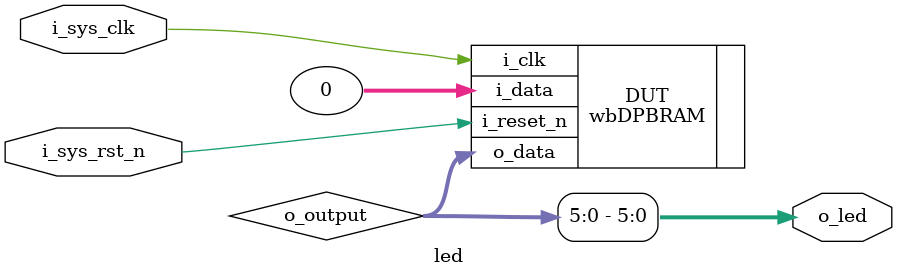
<source format=v>
module led (
    input   wire            i_sys_clk,          // clk input
    input   wire            i_sys_rst_n,        // reset input
    output  wire     [5:0]   o_led    // 6 LEDS pin
);

// module wbDPBRAM(
//     input   wire    [0:0]   i_clk,
//     input   wire    [0:0]   i_reset_n,
//     input   wire    [7:0]   i_data,
//     output  reg     [7:0]   o_data
// );
wire [7:0] o_output;
wbDPBRAM DUT(
    .i_clk(i_sys_clk),
    .i_reset_n(i_sys_rst_n),
    .i_data('h00),  // Example input data, modify as needed
    .o_data(o_output)   // Connect output to LED pins
);
assign o_led = o_output[5:0]; // Assign the first 6 bits to the LED output    

endmodule

</source>
